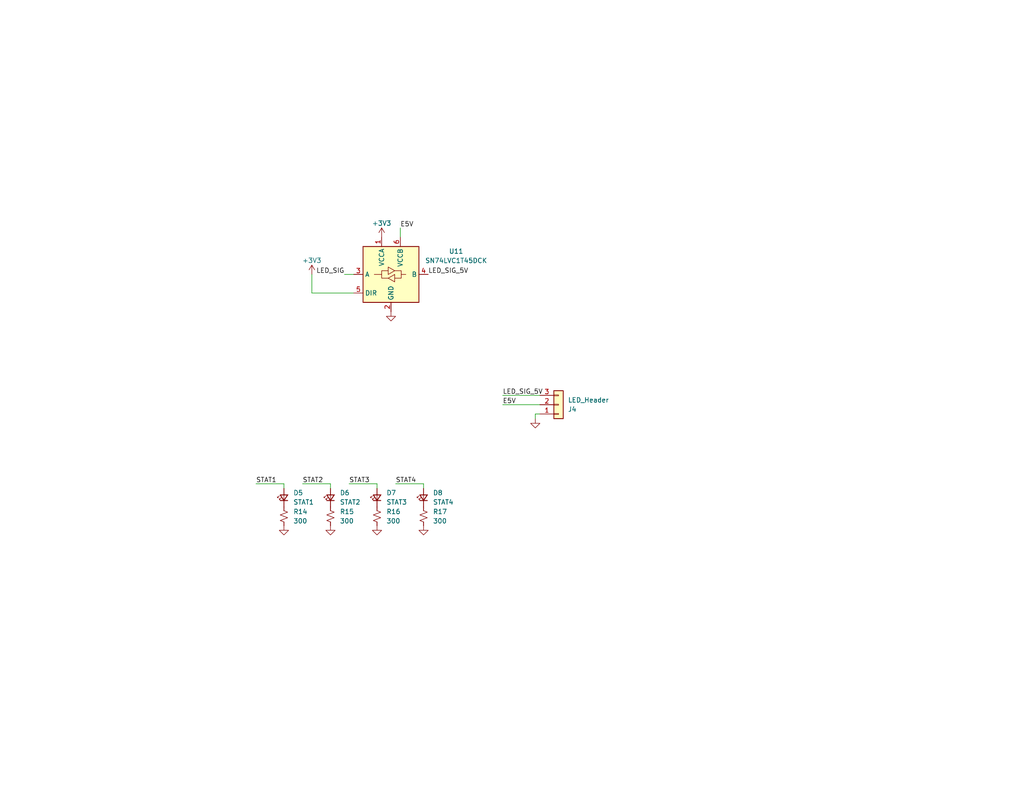
<source format=kicad_sch>
(kicad_sch (version 20231120) (generator "eeschema") (generator_version "8.0")
  (paper "USLetter")
  (title_block (title "AMP PCBv3") (date "2024-04-03") (rev "B") (company "Autonomous Motorsports Purdue"))
  (lib_symbols
    (symbol "Connector_Generic:Conn_01x03" (pin_names (offset 1.016) hide)
      (property "Reference" "J" (at 0 5.08 0))
      (property "Value" "Conn_01x03" (at 0 -5.08 0))
      (symbol "Conn_01x03_1_1"
        (rectangle (start -1.27 -2.413) (end 0 -2.667) (stroke (width 0.1524)))
        (rectangle (start -1.27 0.127) (end 0 -0.127) (stroke (width 0.1524)))
        (rectangle (start -1.27 2.667) (end 0 2.413) (stroke (width 0.1524)))
        (rectangle (start -1.27 3.81) (end 1.27 -3.81) (stroke (width 0.254)) (fill (type background)))
        (pin passive line (at -5.08 2.54 0) (length 3.81) (name "Pin_1") (number "1"))
        (pin passive line (at -5.08 0 0) (length 3.81) (name "Pin_2") (number "2"))
        (pin passive line (at -5.08 -2.54 0) (length 3.81) (name "Pin_3") (number "3"))
      )
    )
    (symbol "Device:LED_Small" (pin_numbers hide) (pin_names (offset 0.254) hide)
      (property "Reference" "D" (at -1.27 3.175 0))
      (property "Value" "LED_Small" (at -4.445 -2.54 0))
      (symbol "LED_Small_0_1"
        (polyline (pts (xy -0.762 -1.016) (xy -0.762 1.016)) (stroke (width 0.254)))
        (polyline (pts (xy 1.016 0) (xy -0.762 0)))
        (polyline (pts (xy 0.762 -1.016) (xy -0.762 0) (xy 0.762 1.016) (xy 0.762 -1.016)) (stroke (width 0.254)))
        (polyline (pts (xy 0 0.762) (xy -0.508 1.27) (xy -0.254 1.27) (xy -0.508 1.27) (xy -0.508 1.016)))
        (polyline (pts (xy 0.508 1.27) (xy 0 1.778) (xy 0.254 1.778) (xy 0 1.778) (xy 0 1.524)))
      )
      (symbol "LED_Small_1_1"
        (pin passive line (at -2.54 0 0) (length 1.778) (name "K") (number "1"))
        (pin passive line (at 2.54 0 180) (length 1.778) (name "A") (number "2"))
      )
    )
    (symbol "Device:R_Small_US" (pin_numbers hide) (pin_names (offset 0.254) hide)
      (property "Reference" "R" (at 0.762 0.508 0))
      (property "Value" "R_Small_US" (at 0.762 -1.016 0))
      (symbol "R_Small_US_1_1"
        (polyline (pts (xy 0 0) (xy 1.016 -0.381) (xy 0 -0.762) (xy -1.016 -1.143) (xy 0 -1.524)))
        (polyline (pts (xy 0 1.524) (xy 1.016 1.143) (xy 0 0.762) (xy -1.016 0.381) (xy 0 0)))
        (pin passive line (at 0 2.54 270) (length 1.016) (name "~") (number "1"))
        (pin passive line (at 0 -2.54 90) (length 1.016) (name "~") (number "2"))
      )
    )
    (symbol "Logic_LevelTranslator:SN74LVC1T45DCK"
      (property "Reference" "U" (at -6.35 8.89 0))
      (property "Value" "SN74LVC1T45DCK" (at 3.81 8.89 0))
      (symbol "SN74LVC1T45DCK_0_1"
        (rectangle (start -7.62 7.62) (end 7.62 -7.62) (stroke (width 0.254)) (fill (type background)))
        (polyline (pts (xy -2.54 0) (xy -2.54 1.016) (xy -0.762 1.016)))
        (polyline (pts (xy 2.794 0) (xy 2.794 -1.016) (xy 1.016 -1.016)))
        (polyline (pts (xy -0.762 -1.016) (xy -2.54 -1.016) (xy -2.54 0) (xy -4.572 0)))
        (polyline (pts (xy -0.762 0) (xy -0.762 2.032) (xy 1.016 1.016) (xy -0.762 0)))
        (polyline (pts (xy 1.016 1.016) (xy 2.794 1.016) (xy 2.794 0) (xy 4.064 0)))
        (polyline (pts (xy 1.016 0) (xy 1.016 -1.778) (xy 1.016 -2.032) (xy -0.762 -1.016) (xy 1.016 0)))
      )
      (symbol "SN74LVC1T45DCK_1_1"
        (pin power_in line (at -2.54 10.16 270) (length 2.54) (name "VCCA") (number "1"))
        (pin power_in line (at 0 -10.16 90) (length 2.54) (name "GND") (number "2"))
        (pin bidirectional line (at -10.16 0 0) (length 2.54) (name "A") (number "3"))
        (pin bidirectional line (at 10.16 0 180) (length 2.54) (name "B") (number "4"))
        (pin input line (at -10.16 -5.08 0) (length 2.54) (name "DIR") (number "5"))
        (pin power_in line (at 2.54 10.16 270) (length 2.54) (name "VCCB") (number "6"))
      )
    )
    (symbol "power:+3V3" (power) (pin_names (offset 0))
      (property "Value" "+3V3" (at 0 3.556 0))
      (symbol "+3V3_0_1"
        (polyline (pts (xy -0.762 1.27) (xy 0 2.54)))
        (polyline (pts (xy 0 0) (xy 0 2.54)))
        (polyline (pts (xy 0 2.54) (xy 0.762 1.27)))
      )
      (symbol "+3V3_1_1"
        (pin power_in line (at 0 0 90) (length 0) hide (name "+3V3") (number "1"))
      )
    )
    (symbol "power:GND" (power) (pin_names (offset 0))
      (property "Value" "GND" (at 0 -3.81 0))
      (symbol "GND_0_1"
        (polyline (pts (xy 0 0) (xy 0 -1.27) (xy 1.27 -1.27) (xy 0 -2.54) (xy -1.27 -1.27) (xy 0 -1.27)))
      )
      (symbol "GND_1_1"
        (pin power_in line (at 0 0 270) (length 0) hide (name "GND") (number "1"))
      )
    )
  )
  (wire (pts (xy 95.25 132.08) (xy 102.87 132.08)))
  (wire (pts (xy 115.57 132.08) (xy 115.57 133.35)))
  (wire (pts (xy 90.17 132.08) (xy 90.17 133.35)))
  (wire (pts (xy 82.55 132.08) (xy 90.17 132.08)))
  (wire (pts (xy 109.22 62.23) (xy 109.22 64.77)))
  (wire (pts (xy 146.05 114.3) (xy 146.05 113.03)))
  (wire (pts (xy 137.16 107.95) (xy 147.32 107.95)))
  (wire (pts (xy 93.98 74.93) (xy 96.52 74.93)))
  (wire (pts (xy 85.09 80.01) (xy 85.09 74.93)))
  (wire (pts (xy 137.16 110.49) (xy 147.32 110.49)))
  (wire (pts (xy 69.85 132.08) (xy 77.47 132.08)))
  (wire (pts (xy 96.52 80.01) (xy 85.09 80.01)))
  (wire (pts (xy 77.47 132.08) (xy 77.47 133.35)))
  (wire (pts (xy 102.87 132.08) (xy 102.87 133.35)))
  (wire (pts (xy 146.05 113.03) (xy 147.32 113.03)))
  (wire (pts (xy 107.95 132.08) (xy 115.57 132.08)))
  (label "LED_SIG" (at 93.98 74.93 180))
  (label "STAT4" (at 107.95 132.08 0))
  (label "STAT2" (at 82.55 132.08 0))
  (label "E5V" (at 137.16 110.49 0))
  (label "LED_SIG_5V" (at 116.84 74.93 0))
  (label "STAT3" (at 95.25 132.08 0))
  (label "STAT1" (at 69.85 132.08 0))
  (label "LED_SIG_5V" (at 137.16 107.95 0))
  (label "E5V" (at 109.22 62.23 0))
  (symbol (lib_id "Device:R_Small_US") (at 90.17 140.97 0) (unit 1)
    (property "Reference" "R15" (at 92.71 139.7 0) (effects (justify left)))
    (property "Value" "300" (at 92.71 142.24 0) (effects (justify left)))
    (property "Footprint" "Resistor_SMD:R_0805_2012Metric_Pad1.20x1.40mm_HandSolder" (effects (hide yes)))
    (property "JLC" "C17617" (effects (hide yes)))
  )
  (symbol (lib_id "Device:LED_Small") (at 115.57 135.89 90) (unit 1)
    (property "Reference" "D8" (at 118.11 134.5565 90) (effects (justify right)))
    (property "Value" "STAT4" (at 118.11 137.0965 90) (effects (justify right)))
    (property "Footprint" "LED_SMD:LED_0805_2012Metric_Pad1.15x1.40mm_HandSolder" (effects (hide yes)))
    (property "JLC" "C84256" (effects (hide yes)))
  )
  (symbol (lib_id "power:GND") (at 102.87 143.51 0) (unit 1)
    (property "Reference" "#PWR033" (effects (hide yes)))
    (property "Value" "GND" (effects (hide yes)))
  )
  (symbol (lib_id "Device:R_Small_US") (at 115.57 140.97 0) (unit 1)
    (property "Reference" "R17" (at 118.11 139.7 0) (effects (justify left)))
    (property "Value" "300" (at 118.11 142.24 0) (effects (justify left)))
    (property "Footprint" "Resistor_SMD:R_0805_2012Metric_Pad1.20x1.40mm_HandSolder" (effects (hide yes)))
    (property "JLC" "C17617" (effects (hide yes)))
  )
  (symbol (lib_id "power:GND") (at 77.47 143.51 0) (unit 1)
    (property "Reference" "#PWR030" (effects (hide yes)))
    (property "Value" "GND" (effects (hide yes)))
  )
  (symbol (lib_id "power:+3V3") (at 104.14 64.77 0) (unit 1)
    (property "Reference" "#PWR027" (effects (hide yes)))
    (property "Value" "+3V3" (at 104.14 60.96 0))
  )
  (symbol (lib_id "Logic_LevelTranslator:SN74LVC1T45DCK") (at 106.68 74.93 0) (unit 1)
    (property "Reference" "U11" (at 124.46 68.6114 0))
    (property "Value" "SN74LVC1T45DCK" (at 124.46 71.1514 0))
    (property "Footprint" "Package_TO_SOT_SMD:SOT-363_SC-70-6" (effects (hide yes)))
    (property "Datasheet" "http://www.ti.com/lit/ds/symlink/sn74lvc1t45.pdf" (effects (hide yes)))
    (property "Description" "Single-Bit Dual-Supply Bus Transceiver With Configurable Voltage Translation and 3-State Outputs, SOT-363" (effects (hide yes)))
    (property "JLC" "C9382" (effects (hide yes)))
  )
  (symbol (lib_id "Device:LED_Small") (at 90.17 135.89 90) (unit 1)
    (property "Reference" "D6" (at 92.71 134.5565 90) (effects (justify right)))
    (property "Value" "STAT2" (at 92.71 137.0965 90) (effects (justify right)))
    (property "Footprint" "LED_SMD:LED_0805_2012Metric_Pad1.15x1.40mm_HandSolder" (effects (hide yes)))
    (property "JLC" "C2296" (effects (hide yes)))
  )
  (symbol (lib_id "power:GND") (at 90.17 143.51 0) (unit 1)
    (property "Reference" "#PWR031" (effects (hide yes)))
    (property "Value" "GND" (effects (hide yes)))
  )
  (symbol (lib_id "Device:LED_Small") (at 102.87 135.89 90) (unit 1)
    (property "Reference" "D7" (at 105.41 134.5565 90) (effects (justify right)))
    (property "Value" "STAT3" (at 105.41 137.0965 90) (effects (justify right)))
    (property "Footprint" "LED_SMD:LED_0805_2012Metric_Pad1.15x1.40mm_HandSolder" (effects (hide yes)))
    (property "JLC" "C2296" (effects (hide yes)))
  )
  (symbol (lib_id "Device:R_Small_US") (at 77.47 140.97 0) (unit 1)
    (property "Reference" "R14" (at 80.01 139.7 0) (effects (justify left)))
    (property "Value" "300" (at 80.01 142.24 0) (effects (justify left)))
    (property "Footprint" "Resistor_SMD:R_0805_2012Metric_Pad1.20x1.40mm_HandSolder" (effects (hide yes)))
    (property "JLC" "C17617" (effects (hide yes)))
  )
  (symbol (lib_id "Device:R_Small_US") (at 102.87 140.97 0) (unit 1)
    (property "Reference" "R16" (at 105.41 139.7 0) (effects (justify left)))
    (property "Value" "300" (at 105.41 142.24 0) (effects (justify left)))
    (property "Footprint" "Resistor_SMD:R_0805_2012Metric_Pad1.20x1.40mm_HandSolder" (effects (hide yes)))
    (property "JLC" "C17617" (effects (hide yes)))
  )
  (symbol (lib_id "power:GND") (at 115.57 143.51 0) (unit 1)
    (property "Reference" "#PWR034" (effects (hide yes)))
    (property "Value" "GND" (effects (hide yes)))
  )
  (symbol (lib_id "power:GND") (at 106.68 85.09 0) (unit 1)
    (property "Reference" "#PWR043" (effects (hide yes)))
    (property "Value" "GND" (effects (hide yes)))
  )
  (symbol (lib_id "power:+3V3") (at 85.09 74.93 0) (unit 1)
    (property "Reference" "#PWR021" (effects (hide yes)))
    (property "Value" "+3V3" (at 85.09 71.12 0))
  )
  (symbol (lib_id "power:GND") (at 146.05 114.3 0) (unit 1)
    (property "Reference" "#PWR035" (effects (hide yes)))
    (property "Value" "GND" (effects (hide yes)))
  )
  (symbol (lib_id "Connector_Generic:Conn_01x03") (at 152.4 110.49 0) (mirror x) (unit 1) (in_bom no)
    (property "Reference" "J4" (at 154.94 111.76 0) (effects (justify left)))
    (property "Value" "LED_Header" (at 154.94 109.22 0) (effects (justify left)))
    (property "Footprint" "Connector_Molex:Molex_KK-254_AE-6410-03A_1x03_P2.54mm_Vertical" (effects (hide yes)))
    (property "MPN" "0022272031" (effects (hide yes)))
  )
  (symbol (lib_id "Device:LED_Small") (at 77.47 135.89 90) (unit 1)
    (property "Reference" "D5" (at 80.01 134.5565 90) (effects (justify right)))
    (property "Value" "STAT1" (at 80.01 137.0965 90) (effects (justify right)))
    (property "Footprint" "LED_SMD:LED_0805_2012Metric_Pad1.15x1.40mm_HandSolder" (effects (hide yes)))
    (property "JLC" "C2296" (effects (hide yes)))
  )
)
</source>
